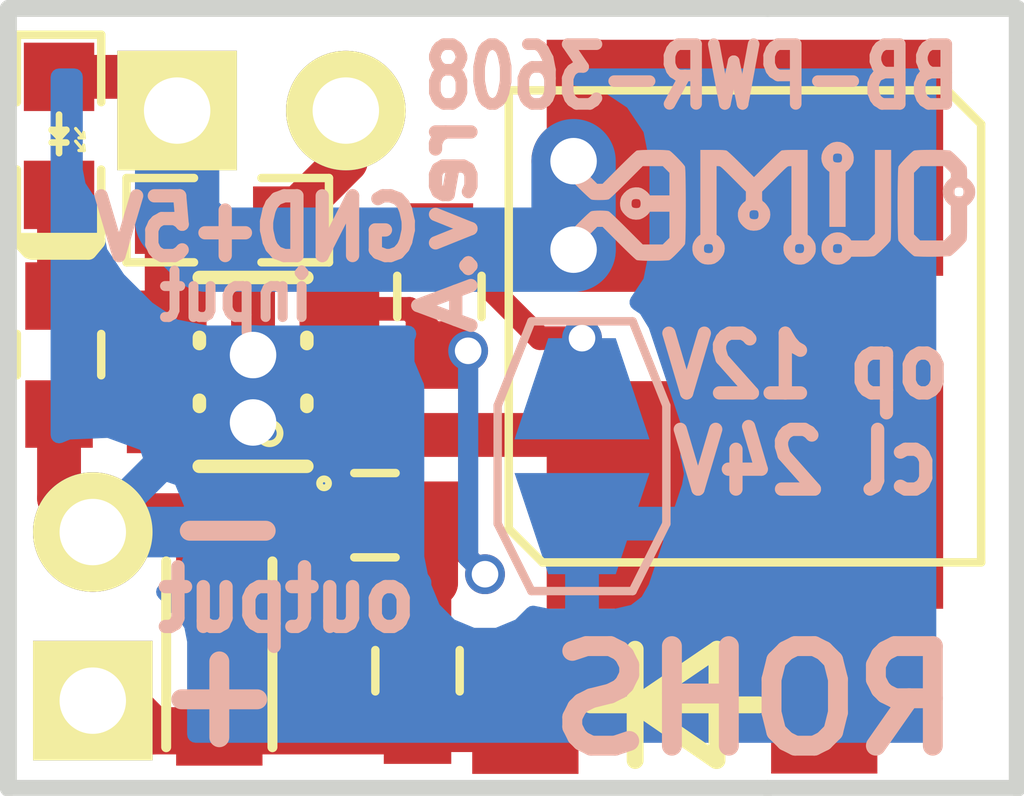
<source format=kicad_pcb>
(kicad_pcb (version 4) (host pcbnew no-vcs-found-product)

  (general
    (links 26)
    (no_connects 0)
    (area 16.265409 22.4232 46.399453 40.853)
    (thickness 1.6)
    (drawings 16)
    (tracks 76)
    (zones 0)
    (modules 18)
    (nets 9)
  )

  (page A4)
  (layers
    (0 F.Cu signal)
    (31 B.Cu signal hide)
    (32 B.Adhes user)
    (33 F.Adhes user)
    (34 B.Paste user)
    (35 F.Paste user)
    (36 B.SilkS user hide)
    (37 F.SilkS user)
    (38 B.Mask user hide)
    (39 F.Mask user hide)
    (40 Dwgs.User user)
    (41 Cmts.User user hide)
    (42 Eco1.User user hide)
    (43 Eco2.User user hide)
    (44 Edge.Cuts user)
    (45 Margin user hide)
    (46 B.CrtYd user hide)
    (47 F.CrtYd user hide)
    (48 B.Fab user hide)
    (49 F.Fab user hide)
  )

  (setup
    (last_trace_width 0.3048)
    (trace_clearance 0.2)
    (zone_clearance 0.508)
    (zone_45_only no)
    (trace_min 0.2)
    (segment_width 0.2)
    (edge_width 0.254)
    (via_size 0.6)
    (via_drill 0.4)
    (via_min_size 0.4)
    (via_min_drill 0.3)
    (uvia_size 0.3)
    (uvia_drill 0.1)
    (uvias_allowed no)
    (uvia_min_size 0)
    (uvia_min_drill 0)
    (pcb_text_width 0.3)
    (pcb_text_size 1.5 1.5)
    (mod_edge_width 0.15)
    (mod_text_size 1 1)
    (mod_text_width 0.15)
    (pad_size 5.969 3.429)
    (pad_drill 0)
    (pad_to_mask_clearance 0.1)
    (solder_mask_min_width 0.1)
    (aux_axis_origin 0 0)
    (visible_elements FFFEFFFF)
    (pcbplotparams
      (layerselection 0x00008_00000000)
      (usegerberextensions false)
      (excludeedgelayer false)
      (linewidth 0.100000)
      (plotframeref false)
      (viasonmask false)
      (mode 1)
      (useauxorigin false)
      (hpglpennumber 1)
      (hpglpenspeed 20)
      (hpglpendiameter 15)
      (hpglpenoverlay 2)
      (psnegative false)
      (psa4output false)
      (plotreference false)
      (plotvalue false)
      (plotinvisibletext false)
      (padsonsilk false)
      (subtractmaskfromsilk false)
      (outputformat 1)
      (mirror false)
      (drillshape 0)
      (scaleselection 1)
      (outputdirectory ""))
  )

  (net 0 "")
  (net 1 "Net-(C1-Pad1)")
  (net 2 GND)
  (net 3 "Net-(D1-Pad1)")
  (net 4 "Net-(C3-Pad1)")
  (net 5 "Net-(D2-Pad2)")
  (net 6 "Net-(JP1-Pad1)")
  (net 7 "Net-(R1-Pad2)")
  (net 8 "Net-(U1-Pad6)")

  (net_class Default "This is the default net class."
    (clearance 0.2)
    (trace_width 0.3048)
    (via_dia 0.6)
    (via_drill 0.4)
    (uvia_dia 0.3)
    (uvia_drill 0.1)
    (add_net GND)
    (add_net "Net-(C1-Pad1)")
    (add_net "Net-(C3-Pad1)")
    (add_net "Net-(D1-Pad1)")
    (add_net "Net-(D2-Pad2)")
    (add_net "Net-(JP1-Pad1)")
    (add_net "Net-(R1-Pad2)")
    (add_net "Net-(U1-Pad6)")
  )

  (module OLIMEX_Jumpers-FP:HN1x2_Jumper (layer F.Cu) (tedit 559A1850) (tstamp 55701DF4)
    (at 25.781 33.909 90)
    (descr SIP4)
    (tags SIP4)
    (path /5570147E)
    (fp_text reference P2 (at -0.3048 -2.286 90) (layer F.SilkS) hide
      (effects (font (size 1 1) (thickness 0.25)))
    )
    (fp_text value HN1x2 (at 0.4064 2.7686 90) (layer F.Fab) hide
      (effects (font (size 1.1 1.1) (thickness 0.254)))
    )
    (pad 1 thru_hole rect (at -1.27 0 180) (size 1.8 1.8) (drill 1) (layers *.Cu *.Mask F.SilkS)
      (net 4 "Net-(C3-Pad1)") (solder_mask_margin 0.0508) (solder_paste_margin -0.0508))
    (pad 2 thru_hole circle (at 1.27 0 180) (size 1.8 1.8) (drill 1) (layers *.Cu *.Mask F.SilkS)
      (net 2 GND) (solder_mask_margin 0.0508) (solder_paste_margin -0.0508))
    (model Housings_SIP/SIP9_Housing.wrl
      (at (xyz 0 0 0))
      (scale (xyz 0.3937 0.3937 0.3937))
      (rotate (xyz 0 0 0))
    )
  )

  (module OLIMEX_Jumpers-FP:HN1x2_Jumper (layer F.Cu) (tedit 559A189C) (tstamp 55701DEE)
    (at 28.321 26.289)
    (descr SIP4)
    (tags SIP4)
    (path /55700F41)
    (fp_text reference P1 (at 2.413 -2.5908) (layer F.SilkS) hide
      (effects (font (size 1 1) (thickness 0.25)))
    )
    (fp_text value HN1x2 (at 0.4064 2.7686) (layer F.Fab) hide
      (effects (font (size 1.1 1.1) (thickness 0.254)))
    )
    (pad 1 thru_hole rect (at -1.27 0 90) (size 1.8 1.8) (drill 1) (layers *.Cu *.Mask F.SilkS)
      (net 1 "Net-(C1-Pad1)") (solder_mask_margin 0.0508) (solder_paste_margin -0.0508))
    (pad 2 thru_hole circle (at 1.27 0 90) (size 1.8 1.8) (drill 1) (layers *.Cu *.Mask F.SilkS)
      (net 2 GND) (solder_mask_margin 0.0508) (solder_paste_margin -0.0508))
    (model Housings_SIP/SIP9_Housing.wrl
      (at (xyz 0 0 0))
      (scale (xyz 0.3937 0.3937 0.3937))
      (rotate (xyz 0 0 0))
    )
  )

  (module OLIMEX_LEDs-FP:LED_0603_KA (layer F.Cu) (tedit 55702A34) (tstamp 557081AD)
    (at 25.273 26.67 270)
    (descr CCCCC)
    (tags "resistor 0603")
    (path /557024F3)
    (attr smd)
    (fp_text reference D1 (at 0 1.905 270) (layer F.SilkS) hide
      (effects (font (size 1.1 1.1) (thickness 0.254)))
    )
    (fp_text value LED_RED_0603 (at 0 3.048 270) (layer F.Fab) hide
      (effects (font (size 1 1) (thickness 0.15)))
    )
    (fp_line (start 1.6129 -0.4445) (end 1.6129 0.3556) (layer F.SilkS) (width 0.254))
    (fp_line (start 1.7399 -0.4191) (end 1.7399 0.4064) (layer F.SilkS) (width 0.254))
    (fp_line (start 1.5875 0.5715) (end 1.7272 0.4445) (layer F.SilkS) (width 0.254))
    (fp_line (start 1.5875 -0.5715) (end 1.7399 -0.4445) (layer F.SilkS) (width 0.254))
    (fp_line (start 0.08 -0.25) (end 0.21 -0.36) (layer F.SilkS) (width 0.05))
    (fp_line (start 0.22 -0.38) (end 0.14 -0.37) (layer F.SilkS) (width 0.05))
    (fp_line (start 0.22 -0.38) (end 0.22 -0.3) (layer F.SilkS) (width 0.05))
    (fp_line (start 0.03 -0.38) (end 0.03 -0.3) (layer F.SilkS) (width 0.05))
    (fp_line (start 0.03 -0.38) (end -0.05 -0.37) (layer F.SilkS) (width 0.05))
    (fp_line (start -0.11 -0.25) (end 0.02 -0.36) (layer F.SilkS) (width 0.05))
    (fp_line (start 0.1 -0.11) (end 0.1 0.11) (layer F.SilkS) (width 0.1))
    (fp_line (start -0.09 0.11) (end 0.01 0.01) (layer F.SilkS) (width 0.1))
    (fp_line (start -0.09 -0.11) (end 0.02 -0.01) (layer F.SilkS) (width 0.1))
    (fp_line (start -0.09 -0.11) (end -0.09 0.11) (layer F.SilkS) (width 0.1))
    (fp_line (start -0.32 0) (end 0.26 0) (layer F.SilkS) (width 0.1))
    (fp_line (start 0.508 -0.635) (end 1.524 -0.635) (layer F.SilkS) (width 0.127))
    (fp_line (start 1.524 -0.635) (end 1.524 0.635) (layer F.SilkS) (width 0.127))
    (fp_line (start 1.524 0.635) (end 0.508 0.635) (layer F.SilkS) (width 0.127))
    (fp_line (start -1.524 -0.635) (end -1.524 0.635) (layer F.SilkS) (width 0.127))
    (fp_line (start -1.524 0.635) (end -0.508 0.635) (layer F.SilkS) (width 0.127))
    (fp_line (start -1.524 -0.635) (end -0.508 -0.635) (layer F.SilkS) (width 0.127))
    (pad 2 smd rect (at -0.889 0 270) (size 1.03 1.06) (layers F.Cu F.Paste F.Mask)
      (net 1 "Net-(C1-Pad1)"))
    (pad 1 smd rect (at 0.889 0 270) (size 1.03 1.06) (layers F.Cu F.Paste F.Mask)
      (net 3 "Net-(D1-Pad1)"))
    (model Resistors_SMD/R_0603.wrl
      (at (xyz 0 0 0))
      (scale (xyz 1 1 1))
      (rotate (xyz 0 0 0))
    )
  )

  (module kicad_wrk:C_0603 (layer F.Cu) (tedit 559A189D) (tstamp 55701DD0)
    (at 27.813 27.94)
    (descr "Resistor SMD 0603, reflow soldering, Vishay (see dcrcw.pdf)")
    (tags "resistor 0603")
    (path /55700F73)
    (attr smd)
    (fp_text reference C1 (at 0.3048 -3.7846) (layer F.SilkS) hide
      (effects (font (size 1 1) (thickness 0.15)))
    )
    (fp_text value 22uF/6.3V (at -0.127 3.175) (layer F.SilkS) hide
      (effects (font (size 1 1) (thickness 0.15)))
    )
    (fp_line (start 0.508 -0.635) (end 1.524 -0.635) (layer F.SilkS) (width 0.127))
    (fp_line (start 1.524 -0.635) (end 1.524 0.635) (layer F.SilkS) (width 0.127))
    (fp_line (start 1.524 0.635) (end 0.508 0.635) (layer F.SilkS) (width 0.127))
    (fp_line (start -1.524 -0.635) (end -1.524 0.635) (layer F.SilkS) (width 0.127))
    (fp_line (start -1.524 0.635) (end -0.508 0.635) (layer F.SilkS) (width 0.127))
    (fp_line (start -1.524 -0.635) (end -0.508 -0.635) (layer F.SilkS) (width 0.127))
    (pad 1 smd rect (at -0.889 0) (size 1.016 1.016) (layers F.Cu F.Paste F.Mask)
      (net 1 "Net-(C1-Pad1)"))
    (pad 2 smd rect (at 0.889 0) (size 1.016 1.016) (layers F.Cu F.Paste F.Mask)
      (net 2 GND))
    (model Resistors_SMD/R_0603.wrl
      (at (xyz 0 0 0))
      (scale (xyz 1 1 1))
      (rotate (xyz 0 0 0))
    )
  )

  (module OLIMEX_RLC-FP:R_0603_DWS (layer F.Cu) (tedit 559A188F) (tstamp 55701DFA)
    (at 30.6705 34.7345 90)
    (descr "Resistor SMD 0603, reflow soldering, Vishay (see dcrcw.pdf)")
    (tags "resistor 0603")
    (path /5570124B)
    (attr smd)
    (fp_text reference R1 (at -2.6035 0.0381 180) (layer F.SilkS) hide
      (effects (font (size 1.1 1.1) (thickness 0.254)))
    )
    (fp_text value "39K 1%" (at 0 12.573 90) (layer F.Fab) hide
      (effects (font (size 1 1) (thickness 0.15)))
    )
    (fp_line (start -0.3048 0.635) (end 0.3175 0.635) (layer F.SilkS) (width 0.127))
    (fp_line (start -0.3048 -0.635) (end 0.3175 -0.635) (layer F.SilkS) (width 0.127))
    (fp_line (start 0.508 -0.635) (end 1.524 -0.635) (layer Dwgs.User) (width 0.127))
    (fp_line (start 1.524 -0.635) (end 1.524 0.635) (layer Dwgs.User) (width 0.127))
    (fp_line (start 1.524 0.635) (end 0.508 0.635) (layer Dwgs.User) (width 0.127))
    (fp_line (start -1.524 -0.635) (end -1.524 0.635) (layer Dwgs.User) (width 0.127))
    (fp_line (start -1.524 0.635) (end -0.508 0.635) (layer Dwgs.User) (width 0.127))
    (fp_line (start -1.524 -0.635) (end -0.508 -0.635) (layer Dwgs.User) (width 0.127))
    (pad 1 smd rect (at -0.889 0 90) (size 1.016 1.016) (layers F.Cu F.Paste F.Mask)
      (net 4 "Net-(C3-Pad1)") (solder_mask_margin 0.0508) (solder_paste_margin -0.0508) (clearance 0.0508))
    (pad 2 smd rect (at 0.889 0 90) (size 1.016 1.016) (layers F.Cu F.Paste F.Mask)
      (net 7 "Net-(R1-Pad2)") (solder_mask_margin 0.0508) (solder_paste_margin -0.0508) (clearance 0.0508))
    (model Resistors_SMD/R_0603.wrl
      (at (xyz 0 0 0))
      (scale (xyz 1 1 1))
      (rotate (xyz 0 0 0))
    )
  )

  (module OLIMEX_RLC-FP:R_0603_DWS (layer F.Cu) (tedit 559A1886) (tstamp 55701E00)
    (at 30.0355 32.385 180)
    (descr "Resistor SMD 0603, reflow soldering, Vishay (see dcrcw.pdf)")
    (tags "resistor 0603")
    (path /5570126C)
    (attr smd)
    (fp_text reference R2 (at 0.0127 -0.0254 180) (layer F.SilkS) hide
      (effects (font (size 1.1 1.1) (thickness 0.254)))
    )
    (fp_text value "1.05K 1%" (at 0.635 -7.493 180) (layer F.Fab) hide
      (effects (font (size 1 1) (thickness 0.15)))
    )
    (fp_line (start -0.3048 0.635) (end 0.3175 0.635) (layer F.SilkS) (width 0.127))
    (fp_line (start -0.3048 -0.635) (end 0.3175 -0.635) (layer F.SilkS) (width 0.127))
    (fp_line (start 0.508 -0.635) (end 1.524 -0.635) (layer Dwgs.User) (width 0.127))
    (fp_line (start 1.524 -0.635) (end 1.524 0.635) (layer Dwgs.User) (width 0.127))
    (fp_line (start 1.524 0.635) (end 0.508 0.635) (layer Dwgs.User) (width 0.127))
    (fp_line (start -1.524 -0.635) (end -1.524 0.635) (layer Dwgs.User) (width 0.127))
    (fp_line (start -1.524 0.635) (end -0.508 0.635) (layer Dwgs.User) (width 0.127))
    (fp_line (start -1.524 -0.635) (end -0.508 -0.635) (layer Dwgs.User) (width 0.127))
    (pad 1 smd rect (at -0.889 0 180) (size 1.016 1.016) (layers F.Cu F.Paste F.Mask)
      (net 7 "Net-(R1-Pad2)") (solder_mask_margin 0.0508) (solder_paste_margin -0.0508) (clearance 0.0508))
    (pad 2 smd rect (at 0.889 0 180) (size 1.016 1.016) (layers F.Cu F.Paste F.Mask)
      (net 2 GND) (solder_mask_margin 0.0508) (solder_paste_margin -0.0508) (clearance 0.0508))
    (model Resistors_SMD/R_0603.wrl
      (at (xyz 0 0 0))
      (scale (xyz 1 1 1))
      (rotate (xyz 0 0 0))
    )
  )

  (module OLIMEX_RLC-FP:R_0603_DWS (layer F.Cu) (tedit 559A1854) (tstamp 557081BB)
    (at 25.273 29.972 90)
    (descr "Resistor SMD 0603, reflow soldering, Vishay (see dcrcw.pdf)")
    (tags "resistor 0603")
    (path /5570251F)
    (attr smd)
    (fp_text reference R3 (at 0.0508 -1.7526 90) (layer F.SilkS) hide
      (effects (font (size 1.1 1.1) (thickness 0.254)))
    )
    (fp_text value 2.2K (at -0.127 -3.937 90) (layer F.Fab) hide
      (effects (font (size 1 1) (thickness 0.15)))
    )
    (fp_line (start -0.3048 0.635) (end 0.3175 0.635) (layer F.SilkS) (width 0.127))
    (fp_line (start -0.3048 -0.635) (end 0.3175 -0.635) (layer F.SilkS) (width 0.127))
    (fp_line (start 0.508 -0.635) (end 1.524 -0.635) (layer Dwgs.User) (width 0.127))
    (fp_line (start 1.524 -0.635) (end 1.524 0.635) (layer Dwgs.User) (width 0.127))
    (fp_line (start 1.524 0.635) (end 0.508 0.635) (layer Dwgs.User) (width 0.127))
    (fp_line (start -1.524 -0.635) (end -1.524 0.635) (layer Dwgs.User) (width 0.127))
    (fp_line (start -1.524 0.635) (end -0.508 0.635) (layer Dwgs.User) (width 0.127))
    (fp_line (start -1.524 -0.635) (end -0.508 -0.635) (layer Dwgs.User) (width 0.127))
    (pad 1 smd rect (at -0.889 0 90) (size 1.016 1.016) (layers F.Cu F.Paste F.Mask)
      (net 2 GND) (solder_mask_margin 0.0508) (solder_paste_margin -0.0508) (clearance 0.0508))
    (pad 2 smd rect (at 0.889 0 90) (size 1.016 1.016) (layers F.Cu F.Paste F.Mask)
      (net 3 "Net-(D1-Pad1)") (solder_mask_margin 0.0508) (solder_paste_margin -0.0508) (clearance 0.0508))
    (model Resistors_SMD/R_0603.wrl
      (at (xyz 0 0 0))
      (scale (xyz 1 1 1))
      (rotate (xyz 0 0 0))
    )
  )

  (module OLIMEX_Other-FP:via_09_07 (layer F.Cu) (tedit 559A186F) (tstamp 5570B846)
    (at 33.02 27.051 180)
    (fp_text reference Ref** (at -8.6868 1.4732 180) (layer F.SilkS) hide
      (effects (font (size 1 1) (thickness 0.15)))
    )
    (fp_text value Val** (at 0 -0.7874 180) (layer F.Fab) hide
      (effects (font (size 1 1) (thickness 0.15)))
    )
    (pad 0 thru_hole circle (at 0 0 180) (size 0.8382 0.8382) (drill 0.7) (layers *.Cu)
      (net 1 "Net-(C1-Pad1)") (zone_connect 2))
  )

  (module OLIMEX_Other-FP:via_09_07 (layer F.Cu) (tedit 559A1872) (tstamp 5570B89F)
    (at 33.02 28.321 180)
    (fp_text reference Ref** (at -8.9662 1.397 180) (layer F.SilkS) hide
      (effects (font (size 1 1) (thickness 0.15)))
    )
    (fp_text value Val** (at 0 -0.7874 180) (layer F.Fab) hide
      (effects (font (size 1 1) (thickness 0.15)))
    )
    (pad 0 thru_hole circle (at 0 -0.0635 180) (size 0.9 0.9) (drill 0.7) (layers *.Cu)
      (net 1 "Net-(C1-Pad1)") (zone_connect 2))
  )

  (module OLIMEX_LOGOs-FP:LOGO_OLIMEX_80 (layer B.Cu) (tedit 550FAFDC) (tstamp 5570E85A)
    (at 35.8775 27.686 180)
    (fp_text reference "" (at 0 0 180) (layer B.SilkS) hide
      (effects (font (thickness 0.3)) (justify mirror))
    )
    (fp_text value "" (at 0.75 0 180) (layer B.SilkS) hide
      (effects (font (thickness 0.3)) (justify mirror))
    )
    (fp_poly (pts (xy -0.879158 -0.672094) (xy -0.881346 -0.720273) (xy -0.891306 -0.763558) (xy -0.897255 -0.777742)
      (xy -0.920793 -0.814381) (xy -0.953539 -0.850932) (xy -0.99044 -0.88235) (xy -1.020578 -0.9009)
      (xy -1.04394 -0.90874) (xy -1.04394 -0.68199) (xy -1.047007 -0.647795) (xy -1.057575 -0.625738)
      (xy -1.077698 -0.613723) (xy -1.109429 -0.609655) (xy -1.114874 -0.6096) (xy -1.140529 -0.611375)
      (xy -1.161358 -0.615908) (xy -1.168632 -0.619329) (xy -1.181853 -0.637325) (xy -1.188833 -0.663871)
      (xy -1.189563 -0.693647) (xy -1.184032 -0.72133) (xy -1.172232 -0.741597) (xy -1.168862 -0.744483)
      (xy -1.148757 -0.752266) (xy -1.121251 -0.754816) (xy -1.09248 -0.752429) (xy -1.06858 -0.745406)
      (xy -1.05918 -0.73914) (xy -1.049325 -0.724456) (xy -1.044725 -0.702999) (xy -1.04394 -0.68199)
      (xy -1.04394 -0.90874) (xy -1.056554 -0.912973) (xy -1.099649 -0.919359) (xy -1.143567 -0.9197)
      (xy -1.18201 -0.913637) (xy -1.19127 -0.910617) (xy -1.222768 -0.895013) (xy -1.255897 -0.872825)
      (xy -1.28544 -0.847987) (xy -1.306183 -0.824432) (xy -1.30683 -0.823459) (xy -1.32207 -0.800144)
      (xy -1.48424 -0.800122) (xy -1.543508 -0.799844) (xy -1.589414 -0.798956) (xy -1.623824 -0.797349)
      (xy -1.648609 -0.794914) (xy -1.665637 -0.791544) (xy -1.672555 -0.789176) (xy -1.687884 -0.77954)
      (xy -1.711138 -0.760971) (xy -1.740051 -0.73567) (xy -1.772357 -0.70584) (xy -1.805792 -0.673686)
      (xy -1.83809 -0.641409) (xy -1.866985 -0.611213) (xy -1.890212 -0.5853) (xy -1.905505 -0.565874)
      (xy -1.909864 -0.55841) (xy -1.911727 -0.551664) (xy -1.913363 -0.540195) (xy -1.914787 -0.523117)
      (xy -1.916012 -0.499543) (xy -1.917049 -0.468586) (xy -1.917914 -0.429358) (xy -1.918619 -0.380974)
      (xy -1.919178 -0.322546) (xy -1.919603 -0.253186) (xy -1.919909 -0.172009) (xy -1.920108 -0.078128)
      (xy -1.920213 0.029346) (xy -1.92024 0.133105) (xy -1.92024 0.8001) (xy -1.80213 0.8001)
      (xy -1.68402 0.8001) (xy -1.68402 0.169341) (xy -1.68402 -0.461419) (xy -1.632394 -0.512649)
      (xy -1.580768 -0.56388) (xy -1.451419 -0.563858) (xy -1.32207 -0.563836) (xy -1.30683 -0.540521)
      (xy -1.287434 -0.518018) (xy -1.259043 -0.493525) (xy -1.226719 -0.470942) (xy -1.195523 -0.454166)
      (xy -1.193597 -0.453345) (xy -1.154747 -0.44349) (xy -1.109329 -0.441731) (xy -1.063493 -0.447766)
      (xy -1.023389 -0.461292) (xy -1.022417 -0.461771) (xy -0.977989 -0.490317) (xy -0.937499 -0.528143)
      (xy -0.905754 -0.570504) (xy -0.898008 -0.584683) (xy -0.88472 -0.624928) (xy -0.879158 -0.672094)
      (xy -0.879158 -0.672094)) (layer B.SilkS) (width 0.009))
    (fp_poly (pts (xy 1.065057 -0.657021) (xy 1.064454 -0.705796) (xy 1.05517 -0.752946) (xy 1.045576 -0.777742)
      (xy 1.022415 -0.814127) (xy 0.989912 -0.850594) (xy 0.953084 -0.882112) (xy 0.922522 -0.901065)
      (xy 0.89916 -0.908681) (xy 0.89916 -0.68199) (xy 0.896093 -0.647795) (xy 0.885525 -0.625738)
      (xy 0.865402 -0.613723) (xy 0.833671 -0.609655) (xy 0.828226 -0.6096) (xy 0.802571 -0.611375)
      (xy 0.781742 -0.615908) (xy 0.774468 -0.619329) (xy 0.761247 -0.637325) (xy 0.754267 -0.663871)
      (xy 0.753537 -0.693647) (xy 0.759068 -0.72133) (xy 0.770868 -0.741597) (xy 0.774238 -0.744483)
      (xy 0.794343 -0.752266) (xy 0.821849 -0.754816) (xy 0.85062 -0.752429) (xy 0.87452 -0.745406)
      (xy 0.88392 -0.73914) (xy 0.893775 -0.724456) (xy 0.898375 -0.702999) (xy 0.89916 -0.68199)
      (xy 0.89916 -0.908681) (xy 0.882719 -0.914041) (xy 0.835735 -0.919235) (xy 0.787475 -0.916672)
      (xy 0.74385 -0.906373) (xy 0.729463 -0.900312) (xy 0.686301 -0.872247) (xy 0.646304 -0.833753)
      (xy 0.614119 -0.78957) (xy 0.605835 -0.774204) (xy 0.591288 -0.731365) (xy 0.585474 -0.683759)
      (xy 0.588683 -0.637372) (xy 0.597649 -0.605862) (xy 0.61422 -0.574163) (xy 0.636769 -0.541285)
      (xy 0.661444 -0.512253) (xy 0.684396 -0.492092) (xy 0.685301 -0.49149) (xy 0.708616 -0.47625)
      (xy 0.708638 0.043815) (xy 0.70866 0.56388) (xy 0.676219 0.56388) (xy 0.667486 0.563673)
      (xy 0.659286 0.562356) (xy 0.650402 0.558888) (xy 0.639618 0.552225) (xy 0.625714 0.541327)
      (xy 0.607476 0.52515) (xy 0.583683 0.502653) (xy 0.553121 0.472792) (xy 0.514571 0.434527)
      (xy 0.466816 0.386814) (xy 0.451429 0.37142) (xy 0.25908 0.17896) (xy 0.259102 0.106625)
      (xy 0.259267 0.073001) (xy 0.260354 0.051158) (xy 0.263283 0.037639) (xy 0.268977 0.028985)
      (xy 0.278356 0.021737) (xy 0.282439 0.01905) (xy 0.307862 -0.003062) (xy 0.333698 -0.034597)
      (xy 0.356162 -0.070331) (xy 0.370732 -0.10282) (xy 0.379257 -0.146481) (xy 0.378654 -0.195256)
      (xy 0.36937 -0.242406) (xy 0.359776 -0.267202) (xy 0.336615 -0.303587) (xy 0.304112 -0.340053)
      (xy 0.267284 -0.371572) (xy 0.236722 -0.390524) (xy 0.21336 -0.398141) (xy 0.21336 -0.17145)
      (xy 0.210293 -0.137255) (xy 0.199725 -0.115198) (xy 0.179602 -0.103183) (xy 0.147871 -0.099115)
      (xy 0.142426 -0.09906) (xy 0.116771 -0.100835) (xy 0.095942 -0.105368) (xy 0.088668 -0.108789)
      (xy 0.075447 -0.126785) (xy 0.068467 -0.153331) (xy 0.067737 -0.183107) (xy 0.073268 -0.21079)
      (xy 0.085068 -0.231057) (xy 0.088438 -0.233943) (xy 0.108543 -0.241726) (xy 0.136049 -0.244276)
      (xy 0.16482 -0.241889) (xy 0.18872 -0.234866) (xy 0.19812 -0.2286) (xy 0.207975 -0.213916)
      (xy 0.212575 -0.192459) (xy 0.21336 -0.17145) (xy 0.21336 -0.398141) (xy 0.196919 -0.403501)
      (xy 0.149935 -0.408695) (xy 0.101675 -0.406132) (xy 0.05805 -0.395833) (xy 0.043664 -0.389772)
      (xy 0.000501 -0.361707) (xy -0.039496 -0.323213) (xy -0.071681 -0.27903) (xy -0.079965 -0.263664)
      (xy -0.094512 -0.220825) (xy -0.100326 -0.173219) (xy -0.097117 -0.126832) (xy -0.088151 -0.095322)
      (xy -0.07158 -0.063623) (xy -0.049031 -0.030745) (xy -0.024356 -0.001713) (xy -0.001404 0.018448)
      (xy -0.000499 0.01905) (xy 0.010306 0.026595) (xy 0.01712 0.0344) (xy 0.020864 0.045922)
      (xy 0.02246 0.064621) (xy 0.022828 0.093954) (xy 0.022838 0.106625) (xy 0.02286 0.17896)
      (xy -0.169489 0.37142) (xy -0.220076 0.422001) (xy -0.261113 0.46284) (xy -0.293817 0.494978)
      (xy -0.319406 0.519457) (xy -0.339096 0.537321) (xy -0.354105 0.54961) (xy -0.36565 0.557368)
      (xy -0.374949 0.561636) (xy -0.383219 0.563457) (xy -0.391677 0.563873) (xy -0.394279 0.56388)
      (xy -0.42672 0.56388) (xy -0.426698 0.043815) (xy -0.426676 -0.47625) (xy -0.403361 -0.49149)
      (xy -0.377938 -0.513602) (xy -0.352102 -0.545137) (xy -0.329638 -0.580871) (xy -0.315068 -0.61336)
      (xy -0.306543 -0.657021) (xy -0.307146 -0.705796) (xy -0.31643 -0.752946) (xy -0.326024 -0.777742)
      (xy -0.349244 -0.814213) (xy -0.381795 -0.850694) (xy -0.418633 -0.882136) (xy -0.449078 -0.9009)
      (xy -0.47244 -0.908751) (xy -0.47244 -0.68199) (xy -0.475507 -0.647795) (xy -0.486075 -0.625738)
      (xy -0.506198 -0.613723) (xy -0.537929 -0.609655) (xy -0.543374 -0.6096) (xy -0.569029 -0.611375)
      (xy -0.589858 -0.615908) (xy -0.597132 -0.619329) (xy -0.610353 -0.637325) (xy -0.617333 -0.663871)
      (xy -0.618063 -0.693647) (xy -0.612532 -0.72133) (xy -0.600732 -0.741597) (xy -0.597362 -0.744483)
      (xy -0.577257 -0.752266) (xy -0.549751 -0.754816) (xy -0.52098 -0.752429) (xy -0.49708 -0.745406)
      (xy -0.48768 -0.73914) (xy -0.477825 -0.724456) (xy -0.473225 -0.702999) (xy -0.47244 -0.68199)
      (xy -0.47244 -0.908751) (xy -0.484708 -0.912874) (xy -0.527464 -0.91929) (xy -0.571083 -0.919784)
      (xy -0.609303 -0.913993) (xy -0.619326 -0.91077) (xy -0.669193 -0.884326) (xy -0.714551 -0.846044)
      (xy -0.752 -0.799288) (xy -0.774177 -0.757577) (xy -0.782269 -0.726138) (xy -0.785352 -0.687049)
      (xy -0.783436 -0.647051) (xy -0.776532 -0.612885) (xy -0.773951 -0.605862) (xy -0.75738 -0.574163)
      (xy -0.734831 -0.541285) (xy -0.710156 -0.512253) (xy -0.687204 -0.492092) (xy -0.686299 -0.49149)
      (xy -0.662984 -0.47625) (xy -0.662962 0.161925) (xy -0.66294 0.8001) (xy -0.480556 0.8001)
      (xy -0.421749 0.79976) (xy -0.37035 0.798786) (xy -0.328202 0.797252) (xy -0.297145 0.795229)
      (xy -0.279021 0.792789) (xy -0.276721 0.79212) (xy -0.266527 0.785023) (xy -0.246982 0.768346)
      (xy -0.219439 0.743357) (xy -0.185252 0.711326) (xy -0.145776 0.673519) (xy -0.102363 0.631205)
      (xy -0.057096 0.586379) (xy 0.141079 0.388617) (xy 0.335335 0.583696) (xy 0.380938 0.629113)
      (xy 0.424097 0.671375) (xy 0.463422 0.709177) (xy 0.497523 0.741209) (xy 0.525009 0.766165)
      (xy 0.544491 0.782736) (xy 0.55411 0.789437) (xy 0.566272 0.79306) (xy 0.58513 0.795828)
      (xy 0.612393 0.797828) (xy 0.649768 0.799148) (xy 0.698961 0.799877) (xy 0.761679 0.8001)
      (xy 0.761755 0.8001) (xy 0.94488 0.8001) (xy 0.944902 0.161925) (xy 0.944924 -0.47625)
      (xy 0.968239 -0.49149) (xy 0.993662 -0.513602) (xy 1.019498 -0.545137) (xy 1.041962 -0.580871)
      (xy 1.056532 -0.61336) (xy 1.065057 -0.657021) (xy 1.065057 -0.657021)) (layer B.SilkS) (width 0.009))
    (fp_poly (pts (xy 3.182302 -0.672094) (xy 3.180114 -0.720273) (xy 3.170154 -0.763558) (xy 3.164205 -0.777742)
      (xy 3.140667 -0.814381) (xy 3.107921 -0.850932) (xy 3.07102 -0.88235) (xy 3.040882 -0.9009)
      (xy 3.01752 -0.908751) (xy 3.01752 -0.68199) (xy 3.014454 -0.647795) (xy 3.003885 -0.625738)
      (xy 2.983762 -0.613723) (xy 2.952031 -0.609655) (xy 2.946586 -0.6096) (xy 2.920931 -0.611375)
      (xy 2.900102 -0.615908) (xy 2.892828 -0.619329) (xy 2.879607 -0.637325) (xy 2.872627 -0.663871)
      (xy 2.871897 -0.693647) (xy 2.877428 -0.72133) (xy 2.889228 -0.741597) (xy 2.892597 -0.744483)
      (xy 2.912703 -0.752266) (xy 2.940209 -0.754816) (xy 2.96898 -0.752429) (xy 2.99288 -0.745406)
      (xy 3.00228 -0.73914) (xy 3.012135 -0.724456) (xy 3.016735 -0.702999) (xy 3.01752 -0.68199)
      (xy 3.01752 -0.908751) (xy 3.005252 -0.912874) (xy 2.962496 -0.91929) (xy 2.918877 -0.919784)
      (xy 2.880657 -0.913993) (xy 2.870634 -0.91077) (xy 2.820767 -0.884326) (xy 2.775409 -0.846044)
      (xy 2.73796 -0.799288) (xy 2.715783 -0.757577) (xy 2.707614 -0.725803) (xy 2.704589 -0.686414)
      (xy 2.706685 -0.646131) (xy 2.713879 -0.611675) (xy 2.716314 -0.605133) (xy 2.72848 -0.576015)
      (xy 2.61592 -0.463267) (xy 2.503361 -0.35052) (xy 2.461311 -0.35052) (xy 2.419261 -0.35052)
      (xy 2.175465 -0.595123) (xy 2.124437 -0.646019) (xy 2.075963 -0.693788) (xy 2.031248 -0.737287)
      (xy 1.991496 -0.775369) (xy 1.957911 -0.806888) (xy 1.931696 -0.830701) (xy 1.914057 -0.84566)
      (xy 1.90715 -0.850393) (xy 1.891417 -0.853808) (xy 1.862922 -0.856628) (xy 1.824134 -0.858854)
      (xy 1.777518 -0.860484) (xy 1.725543 -0.861516) (xy 1.670675 -0.861948) (xy 1.615381 -0.86178)
      (xy 1.562129 -0.861009) (xy 1.513386 -0.859635) (xy 1.471618 -0.857655) (xy 1.439294 -0.855069)
      (xy 1.41888 -0.851874) (xy 1.41517 -0.850684) (xy 1.400549 -0.841068) (xy 1.378155 -0.822197)
      (xy 1.350192 -0.796336) (xy 1.318862 -0.765749) (xy 1.286368 -0.732703) (xy 1.254914 -0.699462)
      (xy 1.226702 -0.668293) (xy 1.203935 -0.641461) (xy 1.188817 -0.621231) (xy 1.184404 -0.613375)
      (xy 1.182119 -0.600253) (xy 1.18007 -0.573392) (xy 1.178257 -0.534292) (xy 1.176681 -0.484453)
      (xy 1.175342 -0.425374) (xy 1.174239 -0.358556) (xy 1.173373 -0.285497) (xy 1.172744 -0.207698)
      (xy 1.172351 -0.126658) (xy 1.172194 -0.043877) (xy 1.172275 0.039146) (xy 1.172591 0.120911)
      (xy 1.173145 0.199918) (xy 1.173935 0.274667) (xy 1.174961 0.34366) (xy 1.176224 0.405396)
      (xy 1.177724 0.458375) (xy 1.17946 0.501099) (xy 1.181433 0.532067) (xy 1.183642 0.549779)
      (xy 1.184404 0.552415) (xy 1.19404 0.567744) (xy 1.212609 0.590998) (xy 1.23791 0.619911)
      (xy 1.267739 0.652217) (xy 1.299894 0.685652) (xy 1.332171 0.71795) (xy 1.362367 0.746845)
      (xy 1.38828 0.770072) (xy 1.407706 0.785365) (xy 1.41517 0.789724) (xy 1.431101 0.793119)
      (xy 1.459757 0.795907) (xy 1.498674 0.798087) (xy 1.545382 0.799661) (xy 1.597415 0.800631)
      (xy 1.652307 0.800999) (xy 1.707589 0.800765) (xy 1.760794 0.799932) (xy 1.809456 0.7985)
      (xy 1.851107 0.796471) (xy 1.883281 0.793847) (xy 1.903509 0.790628) (xy 1.90715 0.789433)
      (xy 1.917514 0.781921) (xy 1.937362 0.764691) (xy 1.96549 0.738888) (xy 2.000695 0.705657)
      (xy 2.041772 0.666145) (xy 2.087517 0.621496) (xy 2.136727 0.572856) (xy 2.175465 0.534163)
      (xy 2.419261 0.28956) (xy 2.461311 0.28956) (xy 2.503361 0.28956) (xy 2.61592 0.402308)
      (xy 2.72848 0.515055) (xy 2.716314 0.544173) (xy 2.705577 0.586339) (xy 2.704378 0.63419)
      (xy 2.71244 0.681756) (xy 2.724195 0.713244) (xy 2.755079 0.76138) (xy 2.796527 0.804333)
      (xy 2.843901 0.837431) (xy 2.851217 0.841249) (xy 2.900737 0.857898) (xy 2.954213 0.862044)
      (xy 3.006887 0.853685) (xy 3.039043 0.841249) (xy 3.083471 0.812703) (xy 3.123961 0.774877)
      (xy 3.155706 0.732516) (xy 3.163452 0.718337) (xy 3.173498 0.694074) (xy 3.179052 0.668741)
      (xy 3.181201 0.636441) (xy 3.18135 0.62103) (xy 3.177866 0.571049) (xy 3.166083 0.529556)
      (xy 3.144006 0.491811) (xy 3.111366 0.454794) (xy 3.064104 0.416187) (xy 3.01752 0.393966)
      (xy 3.01752 0.62103) (xy 3.014454 0.655225) (xy 3.003885 0.677282) (xy 2.983762 0.689297)
      (xy 2.952031 0.693365) (xy 2.946586 0.69342) (xy 2.920931 0.691645) (xy 2.900102 0.687112)
      (xy 2.892828 0.683691) (xy 2.879607 0.665695) (xy 2.872627 0.639149) (xy 2.871897 0.609373)
      (xy 2.877428 0.58169) (xy 2.889228 0.561423) (xy 2.892597 0.558537) (xy 2.912703 0.550754)
      (xy 2.940209 0.548204) (xy 2.96898 0.550591) (xy 2.99288 0.557614) (xy 3.00228 0.56388)
      (xy 3.012135 0.578564) (xy 3.016735 0.600021) (xy 3.01752 0.62103) (xy 3.01752 0.393966)
      (xy 3.013808 0.392195) (xy 2.964594 0.382654) (xy 2.92227 0.379491) (xy 2.76606 0.2244)
      (xy 2.725079 0.184164) (xy 2.686617 0.147251) (xy 2.652256 0.115115) (xy 2.623578 0.089207)
      (xy 2.602163 0.070977) (xy 2.589594 0.061879) (xy 2.588399 0.061325) (xy 2.569362 0.05743)
      (xy 2.539132 0.054803) (xy 2.501425 0.053406) (xy 2.459957 0.053199) (xy 2.418445 0.054145)
      (xy 2.380604 0.056205) (xy 2.35015 0.059341) (xy 2.3308 0.063513) (xy 2.32957 0.064007)
      (xy 2.319206 0.071519) (xy 2.299358 0.088749) (xy 2.27123 0.114552) (xy 2.236025 0.147783)
      (xy 2.194948 0.187295) (xy 2.149203 0.231944) (xy 2.099993 0.280584) (xy 2.061255 0.319277)
      (xy 1.817459 0.56388) (xy 1.66481 0.56388) (xy 1.512161 0.56388) (xy 1.460931 0.512254)
      (xy 1.4097 0.460628) (xy 1.4097 0.287464) (xy 1.4097 0.1143) (xy 1.560195 0.114322)
      (xy 1.71069 0.114344) (xy 1.72593 0.137659) (xy 1.745326 0.160163) (xy 1.773717 0.184655)
      (xy 1.806041 0.207238) (xy 1.837237 0.224014) (xy 1.839163 0.224835) (xy 1.878013 0.23469)
      (xy 1.923431 0.236449) (xy 1.969267 0.230414) (xy 2.009371 0.216888) (xy 2.010343 0.216409)
      (xy 2.054771 0.187863) (xy 2.095261 0.150037) (xy 2.127006 0.107676) (xy 2.134752 0.093497)
      (xy 2.14804 0.053252) (xy 2.153602 0.006086) (xy 2.151414 -0.042093) (xy 2.141454 -0.085378)
      (xy 2.135505 -0.099562) (xy 2.112011 -0.136149) (xy 2.079355 -0.172619) (xy 2.042561 -0.203954)
      (xy 2.012182 -0.222616) (xy 1.98882 -0.230398) (xy 1.98882 -0.00381) (xy 1.985754 0.030385)
      (xy 1.975185 0.052442) (xy 1.955062 0.064457) (xy 1.923331 0.068525) (xy 1.917886 0.06858)
      (xy 1.892231 0.066805) (xy 1.871402 0.062272) (xy 1.864128 0.058851) (xy 1.850907 0.040855)
      (xy 1.843927 0.014309) (xy 1.843197 -0.015467) (xy 1.848728 -0.04315) (xy 1.860528 -0.063417)
      (xy 1.863897 -0.066303) (xy 1.884003 -0.074086) (xy 1.911509 -0.076636) (xy 1.94028 -0.074249)
      (xy 1.96418 -0.067226) (xy 1.97358 -0.06096) (xy 1.983435 -0.046276) (xy 1.988035 -0.024819)
      (xy 1.98882 -0.00381) (xy 1.98882 -0.230398) (xy 1.969263 -0.236912) (xy 1.92066 -0.242798)
      (xy 1.873111 -0.239826) (xy 1.8478 -0.233572) (xy 1.81286 -0.217662) (xy 1.777246 -0.194849)
      (xy 1.746185 -0.168921) (xy 1.72593 -0.145279) (xy 1.71069 -0.121964) (xy 1.560195 -0.121942)
      (xy 1.4097 -0.12192) (xy 1.4097 -0.322149) (xy 1.4097 -0.522379) (xy 1.461326 -0.573609)
      (xy 1.512952 -0.62484) (xy 1.665206 -0.62484) (xy 1.817459 -0.62484) (xy 2.061255 -0.380237)
      (xy 2.112283 -0.329341) (xy 2.160757 -0.281572) (xy 2.205472 -0.238073) (xy 2.245224 -0.199991)
      (xy 2.278809 -0.168471) (xy 2.305024 -0.144659) (xy 2.322663 -0.1297) (xy 2.32957 -0.124967)
      (xy 2.349377 -0.120076) (xy 2.380554 -0.116587) (xy 2.419296 -0.1145) (xy 2.461795 -0.113815)
      (xy 2.504248 -0.114532) (xy 2.542849 -0.116652) (xy 2.573791 -0.120174) (xy 2.59295 -0.124957)
      (xy 2.60462 -0.133043) (xy 2.625292 -0.150536) (xy 2.653337 -0.175926) (xy 2.687123 -0.207701)
      (xy 2.725021 -0.244352) (xy 2.765398 -0.284368) (xy 2.769799 -0.288787) (xy 2.922127 -0.44196)
      (xy 2.960707 -0.44196) (xy 3.005054 -0.448929) (xy 3.05037 -0.46836) (xy 3.093514 -0.498042)
      (xy 3.131342 -0.535763) (xy 3.160713 -0.579309) (xy 3.163452 -0.584683) (xy 3.17674 -0.624928)
      (xy 3.182302 -0.672094) (xy 3.182302 -0.672094)) (layer B.SilkS) (width 0.009))
    (fp_poly (pts (xy -2.025681 -0.010469) (xy -2.025804 -0.091315) (xy -2.026172 -0.170484) (xy -2.026785 -0.246439)
      (xy -2.027644 -0.317645) (xy -2.028749 -0.382565) (xy -2.0301 -0.439665) (xy -2.031699 -0.487407)
      (xy -2.033545 -0.524258) (xy -2.035639 -0.54868) (xy -2.037564 -0.55841) (xy -2.046923 -0.572554)
      (xy -2.065292 -0.594533) (xy -2.090489 -0.622183) (xy -2.120328 -0.653335) (xy -2.152626 -0.685824)
      (xy -2.185198 -0.717484) (xy -2.215862 -0.746148) (xy -2.242432 -0.76965) (xy -2.262726 -0.785824)
      (xy -2.26314 -0.786073) (xy -2.26314 -0.46907) (xy -2.26314 -0.004221) (xy -2.26314 0.460628)
      (xy -2.314371 0.512254) (xy -2.365601 0.56388) (xy -2.544684 0.56388) (xy -2.723768 0.56388)
      (xy -2.775394 0.512649) (xy -2.799286 0.488642) (xy -2.814364 0.471679) (xy -2.822656 0.458094)
      (xy -2.826188 0.44422) (xy -2.826988 0.426391) (xy -2.826998 0.419304) (xy -2.826183 0.394307)
      (xy -2.822334 0.379224) (xy -2.813293 0.368757) (xy -2.803661 0.36195) (xy -2.778993 0.340557)
      (xy -2.753557 0.309955) (xy -2.731257 0.275439) (xy -2.71648 0.243698) (xy -2.7056 0.190908)
      (xy -2.708404 0.136674) (xy -2.723955 0.083848) (xy -2.751316 0.035283) (xy -2.789551 -0.006166)
      (xy -2.801709 -0.015835) (xy -2.8266 -0.03429) (xy -2.82681 -0.247459) (xy -2.82702 -0.460627)
      (xy -2.775789 -0.512254) (xy -2.724559 -0.56388) (xy -2.541679 -0.56388) (xy -2.3588 -0.56388)
      (xy -2.31097 -0.516475) (xy -2.26314 -0.46907) (xy -2.26314 -0.786073) (xy -2.273161 -0.792102)
      (xy -2.28819 -0.794766) (xy -2.316033 -0.796904) (xy -2.354405 -0.798531) (xy -2.401022 -0.79966)
      (xy -2.4536 -0.800304) (xy -2.509856 -0.800478) (xy -2.567503 -0.800195) (xy -2.62426 -0.79947)
      (xy -2.67784 -0.798314) (xy -2.725961 -0.796743) (xy -2.766337 -0.79477) (xy -2.796686 -0.792409)
      (xy -2.814721 -0.789672) (xy -2.817252 -0.788842) (xy -2.832298 -0.779161) (xy -2.85525 -0.760578)
      (xy -2.87274 -0.745121) (xy -2.87274 0.17145) (xy -2.875807 0.205645) (xy -2.886375 0.227702)
      (xy -2.906498 0.239717) (xy -2.938229 0.243785) (xy -2.943674 0.24384) (xy -2.969329 0.242065)
      (xy -2.990158 0.237532) (xy -2.997432 0.234111) (xy -3.010653 0.216115) (xy -3.017633 0.189569)
      (xy -3.018363 0.159793) (xy -3.012832 0.13211) (xy -3.001032 0.111843) (xy -2.997662 0.108957)
      (xy -2.977557 0.101174) (xy -2.950051 0.098624) (xy -2.92128 0.101011) (xy -2.89738 0.108034)
      (xy -2.88798 0.1143) (xy -2.878125 0.128984) (xy -2.873525 0.150441) (xy -2.87274 0.17145)
      (xy -2.87274 -0.745121) (xy -2.883858 -0.735295) (xy -2.915873 -0.705509) (xy -2.949047 -0.673423)
      (xy -2.981128 -0.641234) (xy -3.009869 -0.611144) (xy -3.03302 -0.585352) (xy -3.048331 -0.566058)
      (xy -3.052864 -0.55841) (xy -3.055891 -0.547799) (xy -3.058313 -0.530833) (xy -3.060185 -0.506081)
      (xy -3.061561 -0.472113) (xy -3.062495 -0.427498) (xy -3.063042 -0.370806) (xy -3.063254 -0.300605)
      (xy -3.063262 -0.28409) (xy -3.063284 -0.03429) (xy -3.086599 -0.01905) (xy -3.109387 0.000608)
      (xy -3.134068 0.029357) (xy -3.15679 0.062172) (xy -3.173704 0.094028) (xy -3.174251 0.095322)
      (xy -3.182502 0.127227) (xy -3.185645 0.166704) (xy -3.183683 0.206965) (xy -3.176614 0.241225)
      (xy -3.174251 0.247578) (xy -3.15768 0.279277) (xy -3.135131 0.312155) (xy -3.110456 0.341187)
      (xy -3.087504 0.361348) (xy -3.086599 0.36195) (xy -3.063284 0.37719) (xy -3.063262 0.450989)
      (xy -3.062435 0.485581) (xy -3.060239 0.516613) (xy -3.057065 0.539411) (xy -3.055244 0.546239)
      (xy -3.046782 0.559575) (xy -3.029189 0.581051) (xy -3.004585 0.608527) (xy -2.975092 0.639868)
      (xy -2.942832 0.672933) (xy -2.909924 0.705586) (xy -2.878492 0.735688) (xy -2.850656 0.761101)
      (xy -2.828538 0.779687) (xy -2.814258 0.789308) (xy -2.81393 0.789455) (xy -2.798663 0.792683)
      (xy -2.77048 0.795387) (xy -2.731695 0.797566) (xy -2.684623 0.799218) (xy -2.631579 0.800344)
      (xy -2.574877 0.800941) (xy -2.516833 0.801009) (xy -2.45976 0.800546) (xy -2.405974 0.799552)
      (xy -2.35779 0.798024) (xy -2.317521 0.795962) (xy -2.287483 0.793365) (xy -2.269991 0.790232)
      (xy -2.26861 0.789724) (xy -2.253989 0.780108) (xy -2.231595 0.761237) (xy -2.203632 0.735376)
      (xy -2.172302 0.704789) (xy -2.139808 0.671743) (xy -2.108354 0.638502) (xy -2.080142 0.607333)
      (xy -2.057375 0.580501) (xy -2.042257 0.560271) (xy -2.037844 0.552415) (xy -2.035538 0.539256)
      (xy -2.033473 0.512417) (xy -2.03165 0.473435) (xy -2.030069 0.423844) (xy -2.028729 0.365181)
      (xy -2.027633 0.298981) (xy -2.026779 0.226781) (xy -2.026169 0.150115) (xy -2.025803 0.07052)
      (xy -2.025681 -0.010469) (xy -2.025681 -0.010469)) (layer B.SilkS) (width 0.009))
    (fp_poly (pts (xy -0.877027 0.677084) (xy -0.884353 0.623998) (xy -0.90512 0.572934) (xy -0.923467 0.545138)
      (xy -0.943238 0.522204) (xy -0.964684 0.501389) (xy -0.972909 0.494705) (xy -0.9978 0.47625)
      (xy -0.99801 0.062865) (xy -0.99822 -0.35052) (xy -1.04394 -0.35052) (xy -1.04394 0.68199)
      (xy -1.047007 0.716185) (xy -1.057575 0.738242) (xy -1.077698 0.750257) (xy -1.109429 0.754325)
      (xy -1.114874 0.75438) (xy -1.140529 0.752605) (xy -1.161358 0.748072) (xy -1.168632 0.744651)
      (xy -1.181853 0.726655) (xy -1.188833 0.700109) (xy -1.189563 0.670333) (xy -1.184032 0.64265)
      (xy -1.172232 0.622383) (xy -1.168862 0.619497) (xy -1.148757 0.611714) (xy -1.121251 0.609164)
      (xy -1.09248 0.611551) (xy -1.06858 0.618574) (xy -1.05918 0.62484) (xy -1.049325 0.639524)
      (xy -1.044725 0.660981) (xy -1.04394 0.68199) (xy -1.04394 -0.35052) (xy -1.11633 -0.35052)
      (xy -1.23444 -0.35052) (xy -1.234462 0.062865) (xy -1.234484 0.47625) (xy -1.257799 0.49149)
      (xy -1.280587 0.511148) (xy -1.305268 0.539897) (xy -1.32799 0.572712) (xy -1.344904 0.604568)
      (xy -1.345451 0.605862) (xy -1.355908 0.647135) (xy -1.357114 0.694301) (xy -1.34936 0.741375)
      (xy -1.337265 0.774204) (xy -1.306381 0.82234) (xy -1.264933 0.865293) (xy -1.217559 0.898391)
      (xy -1.210243 0.902209) (xy -1.160723 0.918858) (xy -1.107247 0.923004) (xy -1.054573 0.914645)
      (xy -1.022417 0.902209) (xy -0.970933 0.869287) (xy -0.930093 0.828295) (xy -0.900456 0.781252)
      (xy -0.882581 0.730175) (xy -0.877027 0.677084) (xy -0.877027 0.677084)) (layer B.SilkS) (width 0.009))
  )

  (module OLIMEX_Diodes-FP:SOD106-R-KA (layer F.Cu) (tedit 557186E4) (tstamp 55718679)
    (at 34.544 35.2425 180)
    (path /55717A46)
    (fp_text reference D2 (at -2.06756 -2.35204 180) (layer F.SilkS) hide
      (effects (font (size 1.1 1.1) (thickness 0.254)))
    )
    (fp_text value 1N5819/SS14 (at 4.07924 2.81686 180) (layer F.Fab) hide
      (effects (font (size 1 1) (thickness 0.15)))
    )
    (fp_line (start -1.27 0) (end 1.27 0) (layer F.SilkS) (width 0.254))
    (fp_line (start -0.6223 -0.8382) (end 0.5969 0) (layer F.SilkS) (width 0.254))
    (fp_line (start 0.5969 0) (end -0.635 0.8382) (layer F.SilkS) (width 0.254))
    (fp_line (start 0.5969 -0.8382) (end 0.5969 0.8382) (layer F.SilkS) (width 0.254))
    (fp_line (start -0.635 -0.8382) (end -0.635 0.8382) (layer F.SilkS) (width 0.254))
    (fp_line (start 1.7399 -0.8382) (end 1.7399 0.80772) (layer Dwgs.User) (width 0.15))
    (fp_line (start 1.8415 -0.85344) (end 1.84658 0.77216) (layer Dwgs.User) (width 0.15))
    (fp_line (start 1.9812 -0.82804) (end 1.98628 0.8128) (layer Dwgs.User) (width 0.15))
    (fp_line (start -1.71704 -0.79248) (end -1.71704 0.79756) (layer Dwgs.User) (width 0.15))
    (fp_line (start -1.83388 -0.85598) (end -1.83388 0.81026) (layer Dwgs.User) (width 0.15))
    (fp_line (start -1.9685 -0.84328) (end -1.97866 0.82042) (layer Dwgs.User) (width 0.15))
    (fp_line (start -2.11328 -0.89408) (end -2.11582 0.84328) (layer Dwgs.User) (width 0.15))
    (fp_line (start -2.1209 -0.89154) (end 2.11582 -0.88392) (layer Dwgs.User) (width 0.15))
    (fp_line (start 2.11582 -0.88392) (end 2.11582 -0.0635) (layer Dwgs.User) (width 0.15))
    (fp_line (start 2.11582 -0.0762) (end 2.11582 0.87884) (layer Dwgs.User) (width 0.15))
    (fp_line (start 2.11074 0.86868) (end -2.11074 0.87122) (layer Dwgs.User) (width 0.15))
    (pad 2 smd rect (at -2.25 0.01524 180) (size 1.6 2.1) (layers F.Cu F.Paste F.Mask)
      (net 5 "Net-(D2-Pad2)") (solder_mask_margin 0.0508) (solder_paste_margin -0.0508) (clearance 0.0508))
    (pad 1 smd rect (at 2.25 0.01016 180) (size 1.6 2.1) (layers F.Cu F.Paste F.Mask)
      (net 4 "Net-(C3-Pad1)") (solder_mask_margin 0.0508) (solder_paste_margin -0.0508) (clearance 0.0508))
  )

  (module kicad_wrk:JUMP_SMD (layer B.Cu) (tedit 559A186B) (tstamp 55718687)
    (at 33.147 31.496 270)
    (path /557185F8)
    (fp_text reference JP1 (at -0.127 -7.3152 270) (layer B.SilkS) hide
      (effects (font (size 1 1) (thickness 0.15)) (justify mirror))
    )
    (fp_text value Jumper_NO_Small (at 0 -2.54 270) (layer B.Fab) hide
      (effects (font (size 1 1) (thickness 0.15)) (justify mirror))
    )
    (fp_line (start -2.032 0.762) (end -0.762 1.27) (layer B.SilkS) (width 0.127))
    (fp_line (start -0.762 1.27) (end 1.016 1.27) (layer B.SilkS) (width 0.127))
    (fp_line (start 1.016 1.27) (end 2.032 0.762) (layer B.SilkS) (width 0.127))
    (fp_line (start 2.032 0.762) (end 2.032 -0.762) (layer B.SilkS) (width 0.127))
    (fp_line (start 2.032 -0.762) (end 1.016 -1.27) (layer B.SilkS) (width 0.127))
    (fp_line (start 1.016 -1.27) (end -0.762 -1.27) (layer B.SilkS) (width 0.127))
    (fp_line (start -0.762 -1.27) (end -2.032 -0.762) (layer B.SilkS) (width 0.127))
    (fp_line (start -2.032 -0.762) (end -2.032 0.762) (layer B.SilkS) (width 0.127))
    (pad 1 smd trapezoid (at -1.016 0 270) (size 1.524 1.524) (rect_delta -0.508 0 ) (layers B.Cu B.Mask)
      (net 6 "Net-(JP1-Pad1)"))
    (pad 2 smd trapezoid (at 1.016 0 270) (size 1.524 1.524) (rect_delta 0.508 0 ) (layers B.Cu B.Mask)
      (net 2 GND))
  )

  (module OLIMEX_RLC-FP:R_0603_DWS (layer F.Cu) (tedit 559A187A) (tstamp 557186A0)
    (at 31 29.083 270)
    (descr "Resistor SMD 0603, reflow soldering, Vishay (see dcrcw.pdf)")
    (tags "resistor 0603")
    (path /5571853E)
    (attr smd)
    (fp_text reference R4 (at -2.6924 -0.2286 270) (layer F.SilkS) hide
      (effects (font (size 1.1 1.1) (thickness 0.254)))
    )
    (fp_text value "1K 1%" (at 0 1.9 270) (layer F.Fab) hide
      (effects (font (size 1 1) (thickness 0.15)))
    )
    (fp_line (start -0.3048 0.635) (end 0.3175 0.635) (layer F.SilkS) (width 0.127))
    (fp_line (start -0.3048 -0.635) (end 0.3175 -0.635) (layer F.SilkS) (width 0.127))
    (fp_line (start 0.508 -0.635) (end 1.524 -0.635) (layer Dwgs.User) (width 0.127))
    (fp_line (start 1.524 -0.635) (end 1.524 0.635) (layer Dwgs.User) (width 0.127))
    (fp_line (start 1.524 0.635) (end 0.508 0.635) (layer Dwgs.User) (width 0.127))
    (fp_line (start -1.524 -0.635) (end -1.524 0.635) (layer Dwgs.User) (width 0.127))
    (fp_line (start -1.524 0.635) (end -0.508 0.635) (layer Dwgs.User) (width 0.127))
    (fp_line (start -1.524 -0.635) (end -0.508 -0.635) (layer Dwgs.User) (width 0.127))
    (pad 1 smd rect (at -0.889 0 270) (size 1.016 1.016) (layers F.Cu F.Paste F.Mask)
      (net 6 "Net-(JP1-Pad1)") (solder_mask_margin 0.0508) (solder_paste_margin -0.0508) (clearance 0.0508))
    (pad 2 smd rect (at 0.889 0 270) (size 1.016 1.016) (layers F.Cu F.Paste F.Mask)
      (net 7 "Net-(R1-Pad2)") (solder_mask_margin 0.0508) (solder_paste_margin -0.0508) (clearance 0.0508))
    (model Resistors_SMD/R_0603.wrl
      (at (xyz 0 0 0))
      (scale (xyz 1 1 1))
      (rotate (xyz 0 0 0))
    )
  )

  (module OLIMEX_IC-FP:SOT23-6 (layer F.Cu) (tedit 559A18A3) (tstamp 557186A1)
    (at 28.194 30.226)
    (descr "ROTATED COUNTERCLOCKWISE 90 BY PENKO TO BA AS IS IN THE REAL REEL")
    (tags "ROTATED COUNTERCLOCKWISE 90 BY PENKO TO BA AS IS IN THE REAL REEL")
    (path /557184BC)
    (attr smd)
    (fp_text reference U1 (at -0.7366 2.1336) (layer F.SilkS) hide
      (effects (font (size 1 1) (thickness 0.25)))
    )
    (fp_text value MT3608 (at -0.05 -1.95) (layer F.Fab) hide
      (effects (font (size 0.5 0.5) (thickness 0.125)))
    )
    (fp_line (start 0.92456 1.27254) (end 1.42494 1.27254) (layer Dwgs.User) (width 0.06604))
    (fp_line (start 1.42494 1.27254) (end 1.42494 0.62484) (layer Dwgs.User) (width 0.06604))
    (fp_line (start 0.92456 0.62484) (end 1.42494 0.62484) (layer Dwgs.User) (width 0.06604))
    (fp_line (start 0.92456 1.27254) (end 0.92456 0.62484) (layer Dwgs.User) (width 0.06604))
    (fp_line (start 0.92456 0.32258) (end 1.42494 0.32258) (layer Dwgs.User) (width 0.06604))
    (fp_line (start 1.42494 0.32258) (end 1.42494 -0.32258) (layer Dwgs.User) (width 0.06604))
    (fp_line (start 0.92456 -0.32258) (end 1.42494 -0.32258) (layer Dwgs.User) (width 0.06604))
    (fp_line (start 0.92456 0.32258) (end 0.92456 -0.32258) (layer Dwgs.User) (width 0.06604))
    (fp_line (start 0.92456 -0.62484) (end 1.42494 -0.62484) (layer Dwgs.User) (width 0.06604))
    (fp_line (start 1.42494 -0.62484) (end 1.42494 -1.27254) (layer Dwgs.User) (width 0.06604))
    (fp_line (start 0.92456 -1.27254) (end 1.42494 -1.27254) (layer Dwgs.User) (width 0.06604))
    (fp_line (start 0.92456 -0.62484) (end 0.92456 -1.27254) (layer Dwgs.User) (width 0.06604))
    (fp_line (start -1.42494 -0.62484) (end -0.92456 -0.62484) (layer Dwgs.User) (width 0.06604))
    (fp_line (start -0.92456 -0.62484) (end -0.92456 -1.27254) (layer Dwgs.User) (width 0.06604))
    (fp_line (start -1.42494 -1.27254) (end -0.92456 -1.27254) (layer Dwgs.User) (width 0.06604))
    (fp_line (start -1.42494 -0.62484) (end -1.42494 -1.27254) (layer Dwgs.User) (width 0.06604))
    (fp_line (start -1.42494 1.27254) (end -0.92456 1.27254) (layer Dwgs.User) (width 0.06604))
    (fp_line (start -0.92456 1.27254) (end -0.92456 0.62484) (layer Dwgs.User) (width 0.06604))
    (fp_line (start -1.42494 0.62484) (end -0.92456 0.62484) (layer Dwgs.User) (width 0.06604))
    (fp_line (start -1.42494 1.27254) (end -1.42494 0.62484) (layer Dwgs.User) (width 0.06604))
    (fp_line (start -1.42494 0.32258) (end -0.92456 0.32258) (layer Dwgs.User) (width 0.06604))
    (fp_line (start -0.92456 0.32258) (end -0.92456 -0.32258) (layer Dwgs.User) (width 0.06604))
    (fp_line (start -1.42494 -0.32258) (end -0.92456 -0.32258) (layer Dwgs.User) (width 0.06604))
    (fp_line (start -1.42494 0.32258) (end -1.42494 -0.32258) (layer Dwgs.User) (width 0.06604))
    (fp_line (start -0.81026 -1.4224) (end 0.81026 -1.4224) (layer F.SilkS) (width 0.2032))
    (fp_line (start 0.81026 -1.4224) (end 0.81026 1.4224) (layer Dwgs.User) (width 0.2032))
    (fp_line (start 0.81026 1.4224) (end -0.81026 1.4224) (layer F.SilkS) (width 0.2032))
    (fp_line (start -0.81026 1.4224) (end -0.81026 -1.4224) (layer Dwgs.User) (width 0.2032))
    (fp_line (start 0.81026 0.42672) (end 0.81026 0.5207) (layer F.SilkS) (width 0.2032))
    (fp_line (start 0.81026 -0.5207) (end 0.81026 -0.42672) (layer F.SilkS) (width 0.2032))
    (fp_line (start -0.80772 0.42672) (end -0.80772 0.5207) (layer F.SilkS) (width 0.2032))
    (fp_line (start -0.80772 -0.5207) (end -0.80772 -0.42672) (layer F.SilkS) (width 0.2032))
    (fp_circle (center 0.24892 0.92456) (end 0.36068 1.03632) (layer F.SilkS) (width 0.1016))
    (fp_circle (center 1.06934 1.67894) (end 1.1176 1.7272) (layer F.SilkS) (width 0.1016))
    (pad 1 smd rect (at 1.3 0.95 90) (size 0.55 1.2) (layers F.Cu F.Paste F.Mask)
      (net 5 "Net-(D2-Pad2)") (solder_mask_margin 0.0508) (solder_paste_margin -0.0508) (clearance 0.0508))
    (pad 2 smd rect (at 1.3 0 90) (size 0.55 1.2) (layers F.Cu F.Paste F.Mask)
      (net 2 GND) (solder_mask_margin 0.0508) (solder_paste_margin -0.0508) (clearance 0.0508))
    (pad 3 smd rect (at 1.3 -0.95 90) (size 0.55 1.2) (layers F.Cu F.Paste F.Mask)
      (net 7 "Net-(R1-Pad2)") (solder_mask_margin 0.0508) (solder_paste_margin -0.0508) (clearance 0.0508))
    (pad 4 smd rect (at -1.3 -0.95 90) (size 0.55 1.2) (layers F.Cu F.Paste F.Mask)
      (net 1 "Net-(C1-Pad1)") (solder_mask_margin 0.0508) (solder_paste_margin -0.0508) (clearance 0.0508))
    (pad 5 smd rect (at -1.3 0 90) (size 0.55 1.2) (layers F.Cu F.Paste F.Mask)
      (net 1 "Net-(C1-Pad1)") (solder_mask_margin 0.0508) (solder_paste_margin -0.0508) (clearance 0.0508))
    (pad 6 smd rect (at -1.3 0.95 90) (size 0.55 1.2) (layers F.Cu F.Paste F.Mask)
      (net 8 "Net-(U1-Pad6)") (solder_mask_margin 0.0508) (solder_paste_margin -0.0508) (clearance 0.0508))
  )

  (module OLIMEX_Other-FP:via_09_07 (layer F.Cu) (tedit 559A184A) (tstamp 5571BF19)
    (at 28.194 29.972)
    (fp_text reference Ref** (at -9.6774 6.8834) (layer F.SilkS) hide
      (effects (font (size 1 1) (thickness 0.15)))
    )
    (fp_text value Val** (at 0 -0.7874) (layer F.Fab) hide
      (effects (font (size 1 1) (thickness 0.15)))
    )
    (pad 0 thru_hole circle (at 0 0) (size 0.9 0.9) (drill 0.7) (layers *.Cu)
      (net 2 GND) (zone_connect 2))
  )

  (module OLIMEX_Other-FP:via_09_07 (layer F.Cu) (tedit 559A184D) (tstamp 5571BF22)
    (at 28.194 30.988)
    (fp_text reference Ref** (at -9.5504 3.3528) (layer F.SilkS) hide
      (effects (font (size 1 1) (thickness 0.15)))
    )
    (fp_text value Val** (at 0 -0.7874) (layer F.Fab) hide
      (effects (font (size 1 1) (thickness 0.15)))
    )
    (pad 0 thru_hole circle (at 0 0) (size 0.9 0.9) (drill 0.7) (layers *.Cu)
      (net 2 GND) (zone_connect 2))
  )

  (module OLIMEX_RLC-FP:R_0805 (layer F.Cu) (tedit 559A1891) (tstamp 55701DDC)
    (at 27.686 34.4805 180)
    (path /557012A8)
    (fp_text reference C3 (at 0 -2.8829 180) (layer F.SilkS) hide
      (effects (font (size 1 1) (thickness 0.15)))
    )
    (fp_text value 22uF/50V (at 0 2.794 180) (layer F.Fab) hide
      (effects (font (size 1 1) (thickness 0.15)))
    )
    (fp_line (start 0.8 -1.4) (end 0.8 1.4) (layer F.SilkS) (width 0.15))
    (fp_line (start -0.8 -1.4) (end -0.8 1.4) (layer F.SilkS) (width 0.15))
    (pad 1 smd rect (at 0 -1.1525 180) (size 1.3 1.05) (layers F.Cu F.Paste F.Mask)
      (net 4 "Net-(C3-Pad1)"))
    (pad 2 smd rect (at 0 1.1525 180) (size 1.3 1.05) (layers F.Cu F.Paste F.Mask)
      (net 2 GND))
  )

  (module OLIMEX_RLC-FP:SD75 (layer F.Cu) (tedit 559FC1C2) (tstamp 55718688)
    (at 35.6 29.5402)
    (path /557011F1)
    (fp_text reference L1 (at -3.556 -4.318) (layer F.SilkS) hide
      (effects (font (size 1 1) (thickness 0.15)))
    )
    (fp_text value CL22uH/SD75 (at -3.175 4.445) (layer F.Fab)
      (effects (font (size 1 1) (thickness 0.15)))
    )
    (fp_line (start -3.048 3.556) (end 3.556 3.556) (layer F.SilkS) (width 0.127))
    (fp_line (start 3.556 3.556) (end 3.556 -3.048) (layer F.SilkS) (width 0.127))
    (fp_line (start 3.556 -3.048) (end 3.048 -3.556) (layer F.SilkS) (width 0.127))
    (fp_line (start 3.048 -3.556) (end -3.556 -3.556) (layer F.SilkS) (width 0.127))
    (fp_line (start -3.556 -3.556) (end -3.556 3.048) (layer F.SilkS) (width 0.127))
    (fp_line (start -3.556 3.048) (end -3.048 3.556) (layer F.SilkS) (width 0.127))
    (pad 1 smd rect (at 0 -2.54) (size 5.969 3.556) (layers F.Cu F.Paste F.Mask)
      (net 1 "Net-(C1-Pad1)"))
    (pad 2 smd rect (at 0 2.54) (size 5.969 3.429) (layers F.Cu F.Paste F.Mask)
      (net 5 "Net-(D2-Pad2)"))
  )

  (gr_text ROHS (at 35.7505 35.179) (layer B.SilkS)
    (effects (font (size 1.5 1.5) (thickness 0.3)) (justify mirror))
  )
  (gr_text "op 12V\ncl 24V" (at 36.5125 30.861) (layer B.SilkS)
    (effects (font (size 0.9 0.8) (thickness 0.2)) (justify mirror))
  )
  (gr_text + (at 27.686 35.052) (layer B.SilkS)
    (effects (font (size 1.5 1.5) (thickness 0.3)) (justify mirror))
  )
  (gr_text - (at 27.813 32.512) (layer B.SilkS)
    (effects (font (size 1.5 1.5) (thickness 0.3)) (justify mirror))
  )
  (gr_line (start 39.7 36.5) (end 39.7 24.75) (angle 90) (layer Edge.Cuts) (width 0.254))
  (gr_line (start 35.941 36.5) (end 39.7 36.5) (angle 90) (layer Edge.Cuts) (width 0.254))
  (gr_line (start 35.941 24.75) (end 39.7 24.75) (angle 90) (layer Edge.Cuts) (width 0.254))
  (gr_text rev.A (at 31.115 28.0035 90) (layer B.SilkS)
    (effects (font (size 0.8 0.9) (thickness 0.2)) (justify mirror))
  )
  (gr_text BB-PWR-3608 (at 34.798 25.781) (layer B.SilkS)
    (effects (font (size 0.9 0.7) (thickness 0.175)) (justify mirror))
  )
  (gr_text input (at 27.94 29.083) (layer B.SilkS)
    (effects (font (size 0.7 0.6) (thickness 0.15)) (justify mirror))
  )
  (gr_text GND (at 29.464 28.067) (layer B.SilkS)
    (effects (font (size 0.9 0.8) (thickness 0.2)) (justify mirror))
  )
  (gr_text +5V (at 27.051 28.067) (layer B.SilkS)
    (effects (font (size 0.9 0.8) (thickness 0.2)) (justify mirror))
  )
  (gr_text output (at 28.702 33.655) (layer B.SilkS)
    (effects (font (size 0.9 0.8) (thickness 0.2)) (justify mirror))
  )
  (gr_line (start 35.941 36.5) (end 24.511 36.5) (angle 90) (layer Edge.Cuts) (width 0.254))
  (gr_line (start 24.511 24.75) (end 35.941 24.75) (angle 90) (layer Edge.Cuts) (width 0.254))
  (gr_line (start 24.511 36.5) (end 24.511 24.75) (angle 90) (layer Edge.Cuts) (width 0.254))

  (segment (start 26.894 27.97) (end 26.894 29.276) (width 0.6604) (layer F.Cu) (net 1) (tstamp 55719099))
  (segment (start 27.051 27.813) (end 26.894 27.97) (width 0.6604) (layer F.Cu) (net 1) (tstamp 55719098))
  (segment (start 27.051 26.289) (end 27.051 27.813) (width 0.6604) (layer F.Cu) (net 1))
  (segment (start 26.894 29.276) (end 26.894 30.226) (width 0.6604) (layer F.Cu) (net 1))
  (segment (start 26.543 25.781) (end 27.051 26.289) (width 0.6604) (layer F.Cu) (net 1) (tstamp 5571909E))
  (segment (start 25.273 25.781) (end 26.543 25.781) (width 0.6604) (layer F.Cu) (net 1))
  (segment (start 35.2425 27.051) (end 35.306 27.1145) (width 0.762) (layer F.Cu) (net 1) (tstamp 5571911C))
  (segment (start 33.02 27.051) (end 35.2425 27.051) (width 1.27) (layer F.Cu) (net 1))
  (segment (start 34.036 28.3845) (end 35.306 27.1145) (width 0.762) (layer F.Cu) (net 1) (tstamp 55719121))
  (segment (start 33.02 28.3845) (end 34.036 28.3845) (width 1.27) (layer F.Cu) (net 1))
  (segment (start 27.051 27.94) (end 27.4955 28.3845) (width 1.27) (layer B.Cu) (net 1) (tstamp 5571912A))
  (segment (start 27.4955 28.3845) (end 33.02 28.3845) (width 1.27) (layer B.Cu) (net 1) (tstamp 5571912B))
  (segment (start 27.051 26.289) (end 27.051 27.94) (width 1.27) (layer B.Cu) (net 1))
  (segment (start 33.02 28.3845) (end 33.02 27.051) (width 1.27) (layer B.Cu) (net 1))
  (segment (start 29.1465 32.385) (end 27.686 32.385) (width 0.7112) (layer F.Cu) (net 2))
  (segment (start 27.686 33.328) (end 27.686 32.385) (width 0.7112) (layer F.Cu) (net 2))
  (segment (start 29.6545 26.3525) (end 29.591 26.289) (width 0.635) (layer B.Cu) (net 2) (tstamp 5570B8BB))
  (segment (start 25.8445 32.639) (end 25.781 32.639) (width 0.635) (layer F.Cu) (net 2) (tstamp 5570B88B))
  (segment (start 29.591 27.051) (end 28.702 27.94) (width 0.6604) (layer F.Cu) (net 2) (tstamp 5571907C))
  (segment (start 29.591 26.289) (end 29.591 27.051) (width 0.6604) (layer F.Cu) (net 2))
  (segment (start 28.194 28.448) (end 28.702 27.94) (width 0.6604) (layer F.Cu) (net 2) (tstamp 55719081))
  (segment (start 28.448 30.226) (end 28.194 29.972) (width 0.6604) (layer F.Cu) (net 2) (tstamp 5571907F))
  (segment (start 28.194 29.972) (end 28.194 28.448) (width 0.6604) (layer F.Cu) (net 2) (tstamp 55719080))
  (segment (start 29.494 30.226) (end 28.448 30.226) (width 0.6604) (layer F.Cu) (net 2))
  (segment (start 26.035 32.385) (end 25.781 32.639) (width 0.6604) (layer F.Cu) (net 2) (tstamp 557190CF))
  (segment (start 27.686 32.385) (end 26.035 32.385) (width 0.6604) (layer F.Cu) (net 2))
  (segment (start 25.273 32.131) (end 25.781 32.639) (width 0.6604) (layer F.Cu) (net 2) (tstamp 557190E3))
  (segment (start 25.273 30.861) (end 25.273 32.131) (width 0.6604) (layer F.Cu) (net 2))
  (segment (start 28.194 29.972) (end 28.194 30.988) (width 0.762) (layer F.Cu) (net 2))
  (segment (start 28.194 31.877) (end 27.686 32.385) (width 0.762) (layer F.Cu) (net 2) (tstamp 5571BF53))
  (segment (start 28.194 30.988) (end 28.194 31.877) (width 0.762) (layer F.Cu) (net 2))
  (segment (start 27.305 32.639) (end 28.194 31.75) (width 0.762) (layer B.Cu) (net 2) (tstamp 5571BF59))
  (segment (start 28.194 31.75) (end 28.194 29.972) (width 0.762) (layer B.Cu) (net 2) (tstamp 5571BF5A))
  (segment (start 27.051 32.639) (end 27.305 32.639) (width 0.762) (layer B.Cu) (net 2) (tstamp 5571BF80))
  (segment (start 25.781 32.639) (end 27.051 32.639) (width 0.762) (layer B.Cu) (net 2))
  (segment (start 33.147 33.782) (end 32.639 34.29) (width 0.3556) (layer B.Cu) (net 2) (tstamp 5571BF7A))
  (segment (start 32.639 34.29) (end 28.702 34.29) (width 0.3556) (layer B.Cu) (net 2) (tstamp 5571BF7B))
  (segment (start 28.702 34.29) (end 27.051 32.639) (width 0.3556) (layer B.Cu) (net 2) (tstamp 5571BF7C))
  (segment (start 33.147 32.512) (end 33.147 33.782) (width 0.3556) (layer B.Cu) (net 2))
  (segment (start 25.273 27.559) (end 25.273 29.083) (width 0.6604) (layer F.Cu) (net 3))
  (segment (start 27.686 35.633) (end 30.661 35.633) (width 0.7112) (layer F.Cu) (net 4))
  (segment (start 30.661 35.633) (end 30.6705 35.6235) (width 0.7112) (layer F.Cu) (net 4) (tstamp 5575AD41))
  (segment (start 25.781 35.179) (end 26.2255 35.179) (width 0.7112) (layer F.Cu) (net 4))
  (segment (start 26.2255 35.179) (end 26.6795 35.633) (width 0.7112) (layer F.Cu) (net 4) (tstamp 5575AD3D))
  (segment (start 26.6795 35.633) (end 27.686 35.633) (width 0.7112) (layer F.Cu) (net 4) (tstamp 5575AD3E))
  (segment (start 25.781 35.2425) (end 25.781 35.179) (width 0.635) (layer B.Cu) (net 4) (tstamp 5570B8BF))
  (segment (start 26.035 35.433) (end 25.9715 35.3695) (width 0.635) (layer F.Cu) (net 4) (tstamp 5570B898))
  (segment (start 25.9715 35.3695) (end 25.781 35.179) (width 0.635) (layer F.Cu) (net 4) (tstamp 5570B89A))
  (segment (start 26.035 35.433) (end 25.781 35.179) (width 0.635) (layer F.Cu) (net 4) (tstamp 55708852))
  (segment (start 26.2255 35.6235) (end 25.781 35.179) (width 0.6604) (layer F.Cu) (net 4) (tstamp 557190D3))
  (segment (start 31.90284 35.6235) (end 32.294 35.23234) (width 0.6604) (layer F.Cu) (net 4) (tstamp 557190DA))
  (segment (start 30.6705 35.6235) (end 31.90284 35.6235) (width 0.6604) (layer F.Cu) (net 4))
  (segment (start 34.2875 31.176) (end 35.306 32.1945) (width 0.6604) (layer F.Cu) (net 5) (tstamp 55719094))
  (segment (start 29.494 31.176) (end 34.2875 31.176) (width 0.6604) (layer F.Cu) (net 5))
  (segment (start 36.794 34.127) (end 36.794 35.22726) (width 0.6604) (layer F.Cu) (net 5) (tstamp 557190DE))
  (segment (start 35.306 32.639) (end 36.794 34.127) (width 0.6604) (layer F.Cu) (net 5) (tstamp 557190DD))
  (segment (start 35.306 32.1945) (end 35.306 32.639) (width 0.6604) (layer F.Cu) (net 5))
  (segment (start 30.988 28.194) (end 30.861 28.194) (width 0.3556) (layer F.Cu) (net 6) (tstamp 5571BF86))
  (segment (start 32.512 29.718) (end 30.988 28.194) (width 0.3556) (layer F.Cu) (net 6) (tstamp 5571BF85))
  (segment (start 33.147 29.718) (end 32.512 29.718) (width 0.3556) (layer F.Cu) (net 6) (tstamp 5571BF84))
  (via (at 33.147 29.718) (size 0.6) (layers F.Cu B.Cu) (net 6))
  (segment (start 33.147 30.48) (end 33.147 29.718) (width 0.3556) (layer B.Cu) (net 6))
  (segment (start 30.9245 32.385) (end 30.9245 32.512) (width 0.3048) (layer F.Cu) (net 7))
  (segment (start 30.9245 32.512) (end 31.6865 33.274) (width 0.3048) (layer F.Cu) (net 7) (tstamp 5575AD58))
  (segment (start 31.4325 29.9085) (end 31.369 29.972) (width 0.3048) (layer F.Cu) (net 7) (tstamp 5575AD5D))
  (via (at 31.4325 29.9085) (size 0.6) (layers F.Cu B.Cu) (net 7))
  (segment (start 31.4325 33.02) (end 31.4325 29.9085) (width 0.3048) (layer B.Cu) (net 7) (tstamp 5575AD5B))
  (segment (start 31.6865 33.274) (end 31.4325 33.02) (width 0.3048) (layer B.Cu) (net 7) (tstamp 5575AD5A))
  (via (at 31.6865 33.274) (size 0.6) (layers F.Cu B.Cu) (net 7))
  (segment (start 31.369 29.972) (end 30.861 29.972) (width 0.3048) (layer F.Cu) (net 7) (tstamp 5575AD5E))
  (segment (start 30.6705 33.8455) (end 30.6705 33.655) (width 0.7112) (layer F.Cu) (net 7))
  (segment (start 30.6705 33.655) (end 30.9245 33.401) (width 0.7112) (layer F.Cu) (net 7) (tstamp 5575AD44))
  (segment (start 30.9245 33.401) (end 30.9245 32.385) (width 0.7112) (layer F.Cu) (net 7) (tstamp 5575AD45))
  (segment (start 30.861 29.591) (end 30.861 29.972) (width 0.3556) (layer F.Cu) (net 7) (tstamp 557190FA))
  (segment (start 30.546 29.276) (end 30.861 29.591) (width 0.3556) (layer F.Cu) (net 7) (tstamp 557190F9))
  (segment (start 29.494 29.276) (end 30.546 29.276) (width 0.3556) (layer F.Cu) (net 7))

  (zone (net 2) (net_name GND) (layer B.Cu) (tstamp 5571BFDD) (hatch edge 0.508)
    (connect_pads (clearance 0.508))
    (min_thickness 0.254)
    (fill yes (arc_segments 16) (thermal_gap 0.508) (thermal_bridge_width 0.508))
    (polygon
      (pts
        (xy 24.511 25.019) (xy 39.116 25.019) (xy 39.116 36.449) (xy 24.511 36.449)
      )
    )
    (filled_polygon
      (pts
        (xy 29.784747 26.303142) (xy 29.605142 26.482747) (xy 29.591 26.468605) (xy 29.576857 26.482747) (xy 29.397252 26.303142)
        (xy 29.411395 26.289) (xy 29.397252 26.274857) (xy 29.576857 26.095252) (xy 29.591 26.109395) (xy 29.605142 26.095252)
        (xy 29.784747 26.274857) (xy 29.770605 26.289) (xy 29.784747 26.303142)
      )
    )
    (filled_polygon
      (pts
        (xy 38.354 35.687) (xy 35.941 35.687) (xy 34.549129 35.687) (xy 34.549129 32.639) (xy 33.274 32.639)
        (xy 33.274 33.92144) (xy 33.655 33.92144) (xy 33.940904 33.854894) (xy 34.142778 33.699737) (xy 34.269216 33.478739)
        (xy 34.549129 32.639) (xy 34.549129 35.687) (xy 27.32844 35.687) (xy 27.32844 34.279) (xy 27.327458 34.273938)
        (xy 27.281463 34.036877) (xy 27.141673 33.824073) (xy 26.941126 33.688701) (xy 26.975718 33.65411) (xy 26.861161 33.539553)
        (xy 27.117643 33.453148) (xy 27.327458 32.879664) (xy 27.301839 32.26954) (xy 27.117643 31.824852) (xy 26.861159 31.738446)
        (xy 25.960605 32.639) (xy 25.974747 32.653142) (xy 25.795142 32.832747) (xy 25.781 32.818605) (xy 25.766857 32.832747)
        (xy 25.587252 32.653142) (xy 25.601395 32.639) (xy 25.587252 32.624857) (xy 25.766857 32.445252) (xy 25.781 32.459395)
        (xy 26.681554 31.558841) (xy 26.595148 31.302357) (xy 26.021664 31.092542) (xy 25.41154 31.118161) (xy 25.273 31.175546)
        (xy 25.273 25.781) (xy 25.50356 25.781) (xy 25.50356 27.189) (xy 25.550537 27.431123) (xy 25.690327 27.643927)
        (xy 25.781 27.705132) (xy 25.781 27.939994) (xy 25.780999 27.94) (xy 25.877673 28.426008) (xy 26.152974 28.838026)
        (xy 26.597474 29.282526) (xy 27.009492 29.557827) (xy 27.4955 29.654501) (xy 27.4955 29.6545) (xy 27.495505 29.6545)
        (xy 30.525566 29.6545) (xy 30.497662 29.721701) (xy 30.497338 30.093667) (xy 30.639383 30.437443) (xy 30.6451 30.443169)
        (xy 30.6451 33.02) (xy 30.705037 33.321325) (xy 30.751397 33.390708) (xy 30.751338 33.459167) (xy 30.893383 33.802943)
        (xy 31.156173 34.066192) (xy 31.499701 34.208838) (xy 31.871667 34.209162) (xy 32.215443 34.067117) (xy 32.407817 33.875078)
        (xy 32.639 33.92144) (xy 33.02 33.92144) (xy 33.02 32.639) (xy 33 32.639) (xy 33 32.385)
        (xy 33.02 32.385) (xy 33.02 32.365) (xy 33.274 32.365) (xy 33.274 32.385) (xy 34.633796 32.385)
        (xy 34.777216 31.954739) (xy 34.810389 31.758126) (xy 34.763463 31.507877) (xy 34.752519 31.491217) (xy 34.808664 31.289923)
        (xy 34.777216 31.037261) (xy 34.269216 29.513261) (xy 34.115673 29.263073) (xy 33.988419 29.177174) (xy 34.193327 28.870508)
        (xy 34.29 28.3845) (xy 34.29 27.051) (xy 34.193327 26.564992) (xy 33.918026 26.152974) (xy 33.506008 25.877673)
        (xy 33.02 25.781) (xy 35.941 25.781) (xy 38.354 25.781) (xy 38.354 35.687)
      )
    )
  )
)

</source>
